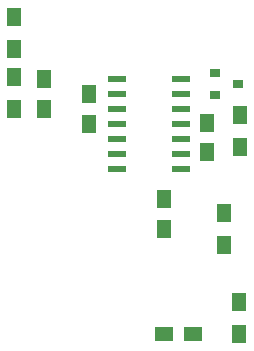
<source format=gbr>
G04 #@! TF.GenerationSoftware,KiCad,Pcbnew,(5.0.1-3-g963ef8bb5)*
G04 #@! TF.CreationDate,2019-01-23T22:51:25-05:00*
G04 #@! TF.ProjectId,WaterSpill,57617465725370696C6C2E6B69636164,rev?*
G04 #@! TF.SameCoordinates,Original*
G04 #@! TF.FileFunction,Paste,Bot*
G04 #@! TF.FilePolarity,Positive*
%FSLAX46Y46*%
G04 Gerber Fmt 4.6, Leading zero omitted, Abs format (unit mm)*
G04 Created by KiCad (PCBNEW (5.0.1-3-g963ef8bb5)) date Wednesday, January 23, 2019 at 10:51:25 pm*
%MOMM*%
%LPD*%
G01*
G04 APERTURE LIST*
%ADD10R,1.250000X1.500000*%
%ADD11R,1.500000X1.250000*%
%ADD12R,1.300000X1.500000*%
%ADD13R,1.500000X0.600000*%
%ADD14R,0.900000X0.800000*%
G04 APERTURE END LIST*
D10*
G04 #@! TO.C,C2*
X50673000Y-31603000D03*
X50673000Y-29103000D03*
G04 #@! TD*
G04 #@! TO.C,C3*
X40640000Y-29210000D03*
X40640000Y-26710000D03*
G04 #@! TD*
D11*
G04 #@! TO.C,C4*
X47010000Y-46990000D03*
X49510000Y-46990000D03*
G04 #@! TD*
D10*
G04 #@! TO.C,C5*
X36830000Y-27940000D03*
X36830000Y-25440000D03*
G04 #@! TD*
G04 #@! TO.C,C7*
X46990000Y-35580000D03*
X46990000Y-38080000D03*
G04 #@! TD*
D12*
G04 #@! TO.C,R7*
X52070000Y-36750000D03*
X52070000Y-39450000D03*
G04 #@! TD*
G04 #@! TO.C,R8*
X53467000Y-31195000D03*
X53467000Y-28495000D03*
G04 #@! TD*
G04 #@! TO.C,R9*
X53340000Y-44290000D03*
X53340000Y-46990000D03*
G04 #@! TD*
G04 #@! TO.C,R10*
X34290000Y-22860000D03*
X34290000Y-20160000D03*
G04 #@! TD*
G04 #@! TO.C,R11*
X34290000Y-25240000D03*
X34290000Y-27940000D03*
G04 #@! TD*
D13*
G04 #@! TO.C,U2*
X43020000Y-25400000D03*
X43020000Y-26670000D03*
X43020000Y-27940000D03*
X43020000Y-29210000D03*
X43020000Y-30480000D03*
X43020000Y-31750000D03*
X43020000Y-33020000D03*
X48420000Y-33020000D03*
X48420000Y-31750000D03*
X48420000Y-30480000D03*
X48420000Y-29210000D03*
X48420000Y-27940000D03*
X48420000Y-26670000D03*
X48420000Y-25400000D03*
G04 #@! TD*
D14*
G04 #@! TO.C,Q1*
X51308000Y-26797000D03*
X51308000Y-24897000D03*
X53308000Y-25847000D03*
G04 #@! TD*
M02*

</source>
